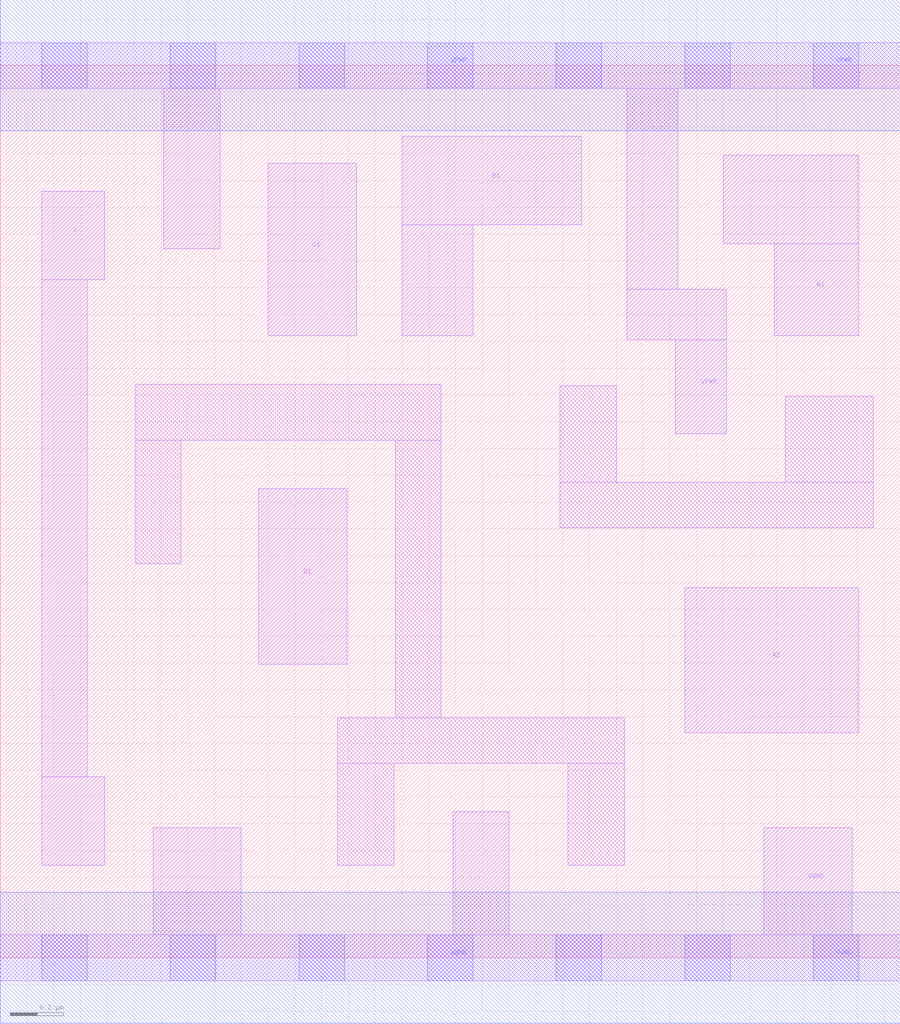
<source format=lef>
# Copyright 2020 The SkyWater PDK Authors
#
# Licensed under the Apache License, Version 2.0 (the "License");
# you may not use this file except in compliance with the License.
# You may obtain a copy of the License at
#
#     https://www.apache.org/licenses/LICENSE-2.0
#
# Unless required by applicable law or agreed to in writing, software
# distributed under the License is distributed on an "AS IS" BASIS,
# WITHOUT WARRANTIES OR CONDITIONS OF ANY KIND, either express or implied.
# See the License for the specific language governing permissions and
# limitations under the License.
#
# SPDX-License-Identifier: Apache-2.0

VERSION 5.7 ;
  NAMESCASESENSITIVE ON ;
  NOWIREEXTENSIONATPIN ON ;
  DIVIDERCHAR "/" ;
  BUSBITCHARS "[]" ;
UNITS
  DATABASE MICRONS 200 ;
END UNITS
MACRO sky130_fd_sc_lp__a2111o_m
  CLASS CORE ;
  SOURCE USER ;
  FOREIGN sky130_fd_sc_lp__a2111o_m ;
  ORIGIN  0.000000  0.000000 ;
  SIZE  3.360000 BY  3.330000 ;
  SYMMETRY X Y R90 ;
  SITE unit ;
  PIN A1
    ANTENNAGATEAREA  0.126000 ;
    DIRECTION INPUT ;
    USE SIGNAL ;
    PORT
      LAYER li1 ;
        RECT 2.700000 2.665000 3.205000 2.995000 ;
        RECT 2.890000 2.320000 3.205000 2.665000 ;
    END
  END A1
  PIN A2
    ANTENNAGATEAREA  0.126000 ;
    DIRECTION INPUT ;
    USE SIGNAL ;
    PORT
      LAYER li1 ;
        RECT 2.555000 0.840000 3.205000 1.380000 ;
    END
  END A2
  PIN B1
    ANTENNAGATEAREA  0.126000 ;
    DIRECTION INPUT ;
    USE SIGNAL ;
    PORT
      LAYER li1 ;
        RECT 1.500000 2.320000 1.765000 2.735000 ;
        RECT 1.500000 2.735000 2.170000 3.065000 ;
    END
  END B1
  PIN C1
    ANTENNAGATEAREA  0.126000 ;
    DIRECTION INPUT ;
    USE SIGNAL ;
    PORT
      LAYER li1 ;
        RECT 1.000000 2.320000 1.330000 2.965000 ;
    END
  END C1
  PIN D1
    ANTENNAGATEAREA  0.126000 ;
    DIRECTION INPUT ;
    USE SIGNAL ;
    PORT
      LAYER li1 ;
        RECT 0.965000 1.095000 1.295000 1.750000 ;
    END
  END D1
  PIN X
    ANTENNADIFFAREA  0.222600 ;
    DIRECTION OUTPUT ;
    USE SIGNAL ;
    PORT
      LAYER li1 ;
        RECT 0.155000 0.345000 0.390000 0.675000 ;
        RECT 0.155000 0.675000 0.325000 2.530000 ;
        RECT 0.155000 2.530000 0.390000 2.860000 ;
    END
  END X
  PIN VGND
    DIRECTION INOUT ;
    USE GROUND ;
    PORT
      LAYER li1 ;
        RECT 0.000000 -0.085000 3.360000 0.085000 ;
        RECT 0.570000  0.085000 0.900000 0.485000 ;
        RECT 1.690000  0.085000 1.900000 0.545000 ;
        RECT 2.850000  0.085000 3.180000 0.485000 ;
      LAYER mcon ;
        RECT 0.155000 -0.085000 0.325000 0.085000 ;
        RECT 0.635000 -0.085000 0.805000 0.085000 ;
        RECT 1.115000 -0.085000 1.285000 0.085000 ;
        RECT 1.595000 -0.085000 1.765000 0.085000 ;
        RECT 2.075000 -0.085000 2.245000 0.085000 ;
        RECT 2.555000 -0.085000 2.725000 0.085000 ;
        RECT 3.035000 -0.085000 3.205000 0.085000 ;
      LAYER met1 ;
        RECT 0.000000 -0.245000 3.360000 0.245000 ;
    END
  END VGND
  PIN VPWR
    DIRECTION INOUT ;
    USE POWER ;
    PORT
      LAYER li1 ;
        RECT 0.000000 3.245000 3.360000 3.415000 ;
        RECT 0.610000 2.645000 0.820000 3.245000 ;
        RECT 2.340000 2.305000 2.710000 2.495000 ;
        RECT 2.340000 2.495000 2.530000 3.245000 ;
        RECT 2.520000 1.955000 2.710000 2.305000 ;
      LAYER mcon ;
        RECT 0.155000 3.245000 0.325000 3.415000 ;
        RECT 0.635000 3.245000 0.805000 3.415000 ;
        RECT 1.115000 3.245000 1.285000 3.415000 ;
        RECT 1.595000 3.245000 1.765000 3.415000 ;
        RECT 2.075000 3.245000 2.245000 3.415000 ;
        RECT 2.555000 3.245000 2.725000 3.415000 ;
        RECT 3.035000 3.245000 3.205000 3.415000 ;
      LAYER met1 ;
        RECT 0.000000 3.085000 3.360000 3.575000 ;
    END
  END VPWR
  OBS
    LAYER li1 ;
      RECT 0.505000 1.470000 0.675000 1.930000 ;
      RECT 0.505000 1.930000 1.645000 2.140000 ;
      RECT 1.260000 0.345000 1.470000 0.725000 ;
      RECT 1.260000 0.725000 2.330000 0.895000 ;
      RECT 1.475000 0.895000 1.645000 1.930000 ;
      RECT 2.090000 1.605000 3.260000 1.775000 ;
      RECT 2.090000 1.775000 2.300000 2.135000 ;
      RECT 2.120000 0.345000 2.330000 0.725000 ;
      RECT 2.930000 1.775000 3.260000 2.095000 ;
  END
END sky130_fd_sc_lp__a2111o_m

</source>
